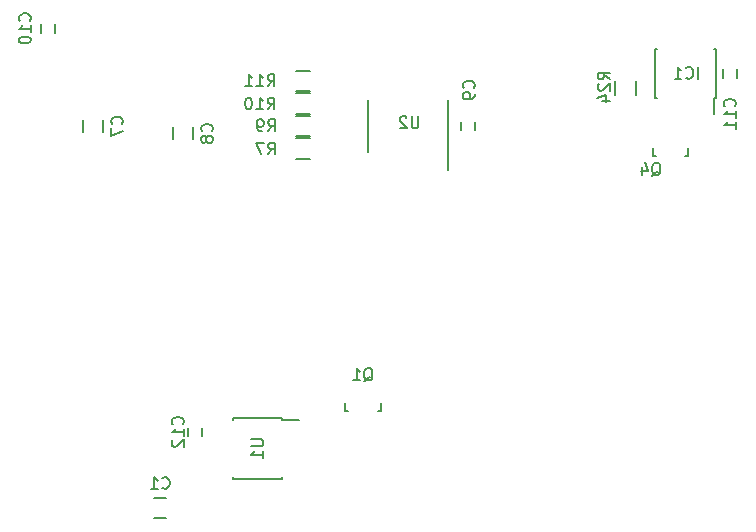
<source format=gbo>
G04 #@! TF.FileFunction,Legend,Bot*
%FSLAX46Y46*%
G04 Gerber Fmt 4.6, Leading zero omitted, Abs format (unit mm)*
G04 Created by KiCad (PCBNEW 0.201512281231+6406~40~ubuntu14.04.1-stable) date Son 03 Jan 2016 21:13:02 CET*
%MOMM*%
G01*
G04 APERTURE LIST*
%ADD10C,0.200000*%
%ADD11C,0.150000*%
G04 APERTURE END LIST*
D10*
D11*
X100365000Y-52875000D02*
X100220000Y-52875000D01*
X100365000Y-48725000D02*
X100220000Y-48725000D01*
X95215000Y-48725000D02*
X95360000Y-48725000D01*
X95215000Y-52875000D02*
X95360000Y-52875000D01*
X100365000Y-52875000D02*
X100365000Y-48725000D01*
X95215000Y-52875000D02*
X95215000Y-48725000D01*
X100220000Y-52875000D02*
X100220000Y-54275000D01*
X64805000Y-58025000D02*
X66005000Y-58025000D01*
X66005000Y-56275000D02*
X64805000Y-56275000D01*
X64805000Y-56120000D02*
X66005000Y-56120000D01*
X66005000Y-54370000D02*
X64805000Y-54370000D01*
X64805000Y-54215000D02*
X66005000Y-54215000D01*
X66005000Y-52465000D02*
X64805000Y-52465000D01*
X64805000Y-52310000D02*
X66005000Y-52310000D01*
X66005000Y-50560000D02*
X64805000Y-50560000D01*
X52840000Y-86780000D02*
X53840000Y-86780000D01*
X53840000Y-88480000D02*
X52840000Y-88480000D01*
X48475000Y-54745000D02*
X48475000Y-55745000D01*
X46775000Y-55745000D02*
X46775000Y-54745000D01*
X56095000Y-55380000D02*
X56095000Y-56380000D01*
X54395000Y-56380000D02*
X54395000Y-55380000D01*
X78775000Y-54895000D02*
X78775000Y-55595000D01*
X79975000Y-55595000D02*
X79975000Y-54895000D01*
X43215000Y-46640000D02*
X43215000Y-47340000D01*
X44415000Y-47340000D02*
X44415000Y-46640000D01*
X71784160Y-79390240D02*
X71735900Y-79390240D01*
X68985180Y-78689200D02*
X68985180Y-79390240D01*
X68985180Y-79390240D02*
X69234100Y-79390240D01*
X71784160Y-79390240D02*
X71984820Y-79390240D01*
X71984820Y-79390240D02*
X71984820Y-78689200D01*
X97819160Y-57800240D02*
X97770900Y-57800240D01*
X95020180Y-57099200D02*
X95020180Y-57800240D01*
X95020180Y-57800240D02*
X95269100Y-57800240D01*
X97819160Y-57800240D02*
X98019820Y-57800240D01*
X98019820Y-57800240D02*
X98019820Y-57099200D01*
X91835000Y-51470000D02*
X91835000Y-52670000D01*
X93585000Y-52670000D02*
X93585000Y-51470000D01*
X63670000Y-79975000D02*
X63670000Y-80120000D01*
X59520000Y-79975000D02*
X59520000Y-80120000D01*
X59520000Y-85125000D02*
X59520000Y-84980000D01*
X63670000Y-85125000D02*
X63670000Y-84980000D01*
X63670000Y-79975000D02*
X59520000Y-79975000D01*
X63670000Y-85125000D02*
X59520000Y-85125000D01*
X63670000Y-80120000D02*
X65070000Y-80120000D01*
X70920000Y-57470000D02*
X70920000Y-53020000D01*
X77670000Y-58995000D02*
X77670000Y-53020000D01*
X101000000Y-50450000D02*
X101000000Y-51150000D01*
X102200000Y-51150000D02*
X102200000Y-50450000D01*
X56861000Y-81503000D02*
X56861000Y-80803000D01*
X55661000Y-80803000D02*
X55661000Y-81503000D01*
X98893190Y-51252381D02*
X98893190Y-50252381D01*
X97845571Y-51157143D02*
X97893190Y-51204762D01*
X98036047Y-51252381D01*
X98131285Y-51252381D01*
X98274143Y-51204762D01*
X98369381Y-51109524D01*
X98417000Y-51014286D01*
X98464619Y-50823810D01*
X98464619Y-50680952D01*
X98417000Y-50490476D01*
X98369381Y-50395238D01*
X98274143Y-50300000D01*
X98131285Y-50252381D01*
X98036047Y-50252381D01*
X97893190Y-50300000D01*
X97845571Y-50347619D01*
X96893190Y-51252381D02*
X97464619Y-51252381D01*
X97178905Y-51252381D02*
X97178905Y-50252381D01*
X97274143Y-50395238D01*
X97369381Y-50490476D01*
X97464619Y-50538095D01*
D10*
X62460166Y-57665881D02*
X62793500Y-57189690D01*
X63031595Y-57665881D02*
X63031595Y-56665881D01*
X62650642Y-56665881D01*
X62555404Y-56713500D01*
X62507785Y-56761119D01*
X62460166Y-56856357D01*
X62460166Y-56999214D01*
X62507785Y-57094452D01*
X62555404Y-57142071D01*
X62650642Y-57189690D01*
X63031595Y-57189690D01*
X62126833Y-56665881D02*
X61460166Y-56665881D01*
X61888738Y-57665881D01*
X62460166Y-55697381D02*
X62793500Y-55221190D01*
X63031595Y-55697381D02*
X63031595Y-54697381D01*
X62650642Y-54697381D01*
X62555404Y-54745000D01*
X62507785Y-54792619D01*
X62460166Y-54887857D01*
X62460166Y-55030714D01*
X62507785Y-55125952D01*
X62555404Y-55173571D01*
X62650642Y-55221190D01*
X63031595Y-55221190D01*
X61983976Y-55697381D02*
X61793500Y-55697381D01*
X61698261Y-55649762D01*
X61650642Y-55602143D01*
X61555404Y-55459286D01*
X61507785Y-55268810D01*
X61507785Y-54887857D01*
X61555404Y-54792619D01*
X61603023Y-54745000D01*
X61698261Y-54697381D01*
X61888738Y-54697381D01*
X61983976Y-54745000D01*
X62031595Y-54792619D01*
X62079214Y-54887857D01*
X62079214Y-55125952D01*
X62031595Y-55221190D01*
X61983976Y-55268810D01*
X61888738Y-55316429D01*
X61698261Y-55316429D01*
X61603023Y-55268810D01*
X61555404Y-55221190D01*
X61507785Y-55125952D01*
X62428357Y-53855881D02*
X62761691Y-53379690D01*
X62999786Y-53855881D02*
X62999786Y-52855881D01*
X62618833Y-52855881D01*
X62523595Y-52903500D01*
X62475976Y-52951119D01*
X62428357Y-53046357D01*
X62428357Y-53189214D01*
X62475976Y-53284452D01*
X62523595Y-53332071D01*
X62618833Y-53379690D01*
X62999786Y-53379690D01*
X61475976Y-53855881D02*
X62047405Y-53855881D01*
X61761691Y-53855881D02*
X61761691Y-52855881D01*
X61856929Y-52998738D01*
X61952167Y-53093976D01*
X62047405Y-53141595D01*
X60856929Y-52855881D02*
X60761690Y-52855881D01*
X60666452Y-52903500D01*
X60618833Y-52951119D01*
X60571214Y-53046357D01*
X60523595Y-53236833D01*
X60523595Y-53474929D01*
X60571214Y-53665405D01*
X60618833Y-53760643D01*
X60666452Y-53808262D01*
X60761690Y-53855881D01*
X60856929Y-53855881D01*
X60952167Y-53808262D01*
X60999786Y-53760643D01*
X61047405Y-53665405D01*
X61095024Y-53474929D01*
X61095024Y-53236833D01*
X61047405Y-53046357D01*
X60999786Y-52951119D01*
X60952167Y-52903500D01*
X60856929Y-52855881D01*
X62428357Y-51887381D02*
X62761691Y-51411190D01*
X62999786Y-51887381D02*
X62999786Y-50887381D01*
X62618833Y-50887381D01*
X62523595Y-50935000D01*
X62475976Y-50982619D01*
X62428357Y-51077857D01*
X62428357Y-51220714D01*
X62475976Y-51315952D01*
X62523595Y-51363571D01*
X62618833Y-51411190D01*
X62999786Y-51411190D01*
X61475976Y-51887381D02*
X62047405Y-51887381D01*
X61761691Y-51887381D02*
X61761691Y-50887381D01*
X61856929Y-51030238D01*
X61952167Y-51125476D01*
X62047405Y-51173095D01*
X60523595Y-51887381D02*
X61095024Y-51887381D01*
X60809310Y-51887381D02*
X60809310Y-50887381D01*
X60904548Y-51030238D01*
X60999786Y-51125476D01*
X61095024Y-51173095D01*
D11*
X53506666Y-85887143D02*
X53554285Y-85934762D01*
X53697142Y-85982381D01*
X53792380Y-85982381D01*
X53935238Y-85934762D01*
X54030476Y-85839524D01*
X54078095Y-85744286D01*
X54125714Y-85553810D01*
X54125714Y-85410952D01*
X54078095Y-85220476D01*
X54030476Y-85125238D01*
X53935238Y-85030000D01*
X53792380Y-84982381D01*
X53697142Y-84982381D01*
X53554285Y-85030000D01*
X53506666Y-85077619D01*
X52554285Y-85982381D02*
X53125714Y-85982381D01*
X52840000Y-85982381D02*
X52840000Y-84982381D01*
X52935238Y-85125238D01*
X53030476Y-85220476D01*
X53125714Y-85268095D01*
X50082143Y-55078334D02*
X50129762Y-55030715D01*
X50177381Y-54887858D01*
X50177381Y-54792620D01*
X50129762Y-54649762D01*
X50034524Y-54554524D01*
X49939286Y-54506905D01*
X49748810Y-54459286D01*
X49605952Y-54459286D01*
X49415476Y-54506905D01*
X49320238Y-54554524D01*
X49225000Y-54649762D01*
X49177381Y-54792620D01*
X49177381Y-54887858D01*
X49225000Y-55030715D01*
X49272619Y-55078334D01*
X49177381Y-55411667D02*
X49177381Y-56078334D01*
X50177381Y-55649762D01*
X57702143Y-55713334D02*
X57749762Y-55665715D01*
X57797381Y-55522858D01*
X57797381Y-55427620D01*
X57749762Y-55284762D01*
X57654524Y-55189524D01*
X57559286Y-55141905D01*
X57368810Y-55094286D01*
X57225952Y-55094286D01*
X57035476Y-55141905D01*
X56940238Y-55189524D01*
X56845000Y-55284762D01*
X56797381Y-55427620D01*
X56797381Y-55522858D01*
X56845000Y-55665715D01*
X56892619Y-55713334D01*
X57225952Y-56284762D02*
X57178333Y-56189524D01*
X57130714Y-56141905D01*
X57035476Y-56094286D01*
X56987857Y-56094286D01*
X56892619Y-56141905D01*
X56845000Y-56189524D01*
X56797381Y-56284762D01*
X56797381Y-56475239D01*
X56845000Y-56570477D01*
X56892619Y-56618096D01*
X56987857Y-56665715D01*
X57035476Y-56665715D01*
X57130714Y-56618096D01*
X57178333Y-56570477D01*
X57225952Y-56475239D01*
X57225952Y-56284762D01*
X57273571Y-56189524D01*
X57321190Y-56141905D01*
X57416429Y-56094286D01*
X57606905Y-56094286D01*
X57702143Y-56141905D01*
X57749762Y-56189524D01*
X57797381Y-56284762D01*
X57797381Y-56475239D01*
X57749762Y-56570477D01*
X57702143Y-56618096D01*
X57606905Y-56665715D01*
X57416429Y-56665715D01*
X57321190Y-56618096D01*
X57273571Y-56570477D01*
X57225952Y-56475239D01*
X79859143Y-52030334D02*
X79906762Y-51982715D01*
X79954381Y-51839858D01*
X79954381Y-51744620D01*
X79906762Y-51601762D01*
X79811524Y-51506524D01*
X79716286Y-51458905D01*
X79525810Y-51411286D01*
X79382952Y-51411286D01*
X79192476Y-51458905D01*
X79097238Y-51506524D01*
X79002000Y-51601762D01*
X78954381Y-51744620D01*
X78954381Y-51839858D01*
X79002000Y-51982715D01*
X79049619Y-52030334D01*
X79954381Y-52506524D02*
X79954381Y-52697000D01*
X79906762Y-52792239D01*
X79859143Y-52839858D01*
X79716286Y-52935096D01*
X79525810Y-52982715D01*
X79144857Y-52982715D01*
X79049619Y-52935096D01*
X79002000Y-52887477D01*
X78954381Y-52792239D01*
X78954381Y-52601762D01*
X79002000Y-52506524D01*
X79049619Y-52458905D01*
X79144857Y-52411286D01*
X79382952Y-52411286D01*
X79478190Y-52458905D01*
X79525810Y-52506524D01*
X79573429Y-52601762D01*
X79573429Y-52792239D01*
X79525810Y-52887477D01*
X79478190Y-52935096D01*
X79382952Y-52982715D01*
X42272143Y-46347143D02*
X42319762Y-46299524D01*
X42367381Y-46156667D01*
X42367381Y-46061429D01*
X42319762Y-45918571D01*
X42224524Y-45823333D01*
X42129286Y-45775714D01*
X41938810Y-45728095D01*
X41795952Y-45728095D01*
X41605476Y-45775714D01*
X41510238Y-45823333D01*
X41415000Y-45918571D01*
X41367381Y-46061429D01*
X41367381Y-46156667D01*
X41415000Y-46299524D01*
X41462619Y-46347143D01*
X42367381Y-47299524D02*
X42367381Y-46728095D01*
X42367381Y-47013809D02*
X41367381Y-47013809D01*
X41510238Y-46918571D01*
X41605476Y-46823333D01*
X41653095Y-46728095D01*
X41367381Y-47918571D02*
X41367381Y-48013810D01*
X41415000Y-48109048D01*
X41462619Y-48156667D01*
X41557857Y-48204286D01*
X41748333Y-48251905D01*
X41986429Y-48251905D01*
X42176905Y-48204286D01*
X42272143Y-48156667D01*
X42319762Y-48109048D01*
X42367381Y-48013810D01*
X42367381Y-47918571D01*
X42319762Y-47823333D01*
X42272143Y-47775714D01*
X42176905Y-47728095D01*
X41986429Y-47680476D01*
X41748333Y-47680476D01*
X41557857Y-47728095D01*
X41462619Y-47775714D01*
X41415000Y-47823333D01*
X41367381Y-47918571D01*
X70580238Y-76874619D02*
X70675476Y-76827000D01*
X70770714Y-76731762D01*
X70913571Y-76588905D01*
X71008810Y-76541286D01*
X71104048Y-76541286D01*
X71056429Y-76779381D02*
X71151667Y-76731762D01*
X71246905Y-76636524D01*
X71294524Y-76446048D01*
X71294524Y-76112714D01*
X71246905Y-75922238D01*
X71151667Y-75827000D01*
X71056429Y-75779381D01*
X70865952Y-75779381D01*
X70770714Y-75827000D01*
X70675476Y-75922238D01*
X70627857Y-76112714D01*
X70627857Y-76446048D01*
X70675476Y-76636524D01*
X70770714Y-76731762D01*
X70865952Y-76779381D01*
X71056429Y-76779381D01*
X69675476Y-76779381D02*
X70246905Y-76779381D01*
X69961191Y-76779381D02*
X69961191Y-75779381D01*
X70056429Y-75922238D01*
X70151667Y-76017476D01*
X70246905Y-76065095D01*
X94964238Y-59475619D02*
X95059476Y-59428000D01*
X95154714Y-59332762D01*
X95297571Y-59189905D01*
X95392810Y-59142286D01*
X95488048Y-59142286D01*
X95440429Y-59380381D02*
X95535667Y-59332762D01*
X95630905Y-59237524D01*
X95678524Y-59047048D01*
X95678524Y-58713714D01*
X95630905Y-58523238D01*
X95535667Y-58428000D01*
X95440429Y-58380381D01*
X95249952Y-58380381D01*
X95154714Y-58428000D01*
X95059476Y-58523238D01*
X95011857Y-58713714D01*
X95011857Y-59047048D01*
X95059476Y-59237524D01*
X95154714Y-59332762D01*
X95249952Y-59380381D01*
X95440429Y-59380381D01*
X94154714Y-58713714D02*
X94154714Y-59380381D01*
X94392810Y-58332762D02*
X94630905Y-59047048D01*
X94011857Y-59047048D01*
X91384381Y-51300143D02*
X90908190Y-50966809D01*
X91384381Y-50728714D02*
X90384381Y-50728714D01*
X90384381Y-51109667D01*
X90432000Y-51204905D01*
X90479619Y-51252524D01*
X90574857Y-51300143D01*
X90717714Y-51300143D01*
X90812952Y-51252524D01*
X90860571Y-51204905D01*
X90908190Y-51109667D01*
X90908190Y-50728714D01*
X90479619Y-51681095D02*
X90432000Y-51728714D01*
X90384381Y-51823952D01*
X90384381Y-52062048D01*
X90432000Y-52157286D01*
X90479619Y-52204905D01*
X90574857Y-52252524D01*
X90670095Y-52252524D01*
X90812952Y-52204905D01*
X91384381Y-51633476D01*
X91384381Y-52252524D01*
X90717714Y-53109667D02*
X91384381Y-53109667D01*
X90336762Y-52871571D02*
X91051048Y-52633476D01*
X91051048Y-53252524D01*
X61047381Y-81788095D02*
X61856905Y-81788095D01*
X61952143Y-81835714D01*
X61999762Y-81883333D01*
X62047381Y-81978571D01*
X62047381Y-82169048D01*
X61999762Y-82264286D01*
X61952143Y-82311905D01*
X61856905Y-82359524D01*
X61047381Y-82359524D01*
X62047381Y-83359524D02*
X62047381Y-82788095D01*
X62047381Y-83073809D02*
X61047381Y-83073809D01*
X61190238Y-82978571D01*
X61285476Y-82883333D01*
X61333095Y-82788095D01*
X75183905Y-54443381D02*
X75183905Y-55252905D01*
X75136286Y-55348143D01*
X75088667Y-55395762D01*
X74993429Y-55443381D01*
X74802952Y-55443381D01*
X74707714Y-55395762D01*
X74660095Y-55348143D01*
X74612476Y-55252905D01*
X74612476Y-54443381D01*
X74183905Y-54538619D02*
X74136286Y-54491000D01*
X74041048Y-54443381D01*
X73802952Y-54443381D01*
X73707714Y-54491000D01*
X73660095Y-54538619D01*
X73612476Y-54633857D01*
X73612476Y-54729095D01*
X73660095Y-54871952D01*
X74231524Y-55443381D01*
X73612476Y-55443381D01*
X101957143Y-53586143D02*
X102004762Y-53538524D01*
X102052381Y-53395667D01*
X102052381Y-53300429D01*
X102004762Y-53157571D01*
X101909524Y-53062333D01*
X101814286Y-53014714D01*
X101623810Y-52967095D01*
X101480952Y-52967095D01*
X101290476Y-53014714D01*
X101195238Y-53062333D01*
X101100000Y-53157571D01*
X101052381Y-53300429D01*
X101052381Y-53395667D01*
X101100000Y-53538524D01*
X101147619Y-53586143D01*
X102052381Y-54538524D02*
X102052381Y-53967095D01*
X102052381Y-54252809D02*
X101052381Y-54252809D01*
X101195238Y-54157571D01*
X101290476Y-54062333D01*
X101338095Y-53967095D01*
X102052381Y-55490905D02*
X102052381Y-54919476D01*
X102052381Y-55205190D02*
X101052381Y-55205190D01*
X101195238Y-55109952D01*
X101290476Y-55014714D01*
X101338095Y-54919476D01*
X55221143Y-80510143D02*
X55268762Y-80462524D01*
X55316381Y-80319667D01*
X55316381Y-80224429D01*
X55268762Y-80081571D01*
X55173524Y-79986333D01*
X55078286Y-79938714D01*
X54887810Y-79891095D01*
X54744952Y-79891095D01*
X54554476Y-79938714D01*
X54459238Y-79986333D01*
X54364000Y-80081571D01*
X54316381Y-80224429D01*
X54316381Y-80319667D01*
X54364000Y-80462524D01*
X54411619Y-80510143D01*
X55316381Y-81462524D02*
X55316381Y-80891095D01*
X55316381Y-81176809D02*
X54316381Y-81176809D01*
X54459238Y-81081571D01*
X54554476Y-80986333D01*
X54602095Y-80891095D01*
X54411619Y-81843476D02*
X54364000Y-81891095D01*
X54316381Y-81986333D01*
X54316381Y-82224429D01*
X54364000Y-82319667D01*
X54411619Y-82367286D01*
X54506857Y-82414905D01*
X54602095Y-82414905D01*
X54744952Y-82367286D01*
X55316381Y-81795857D01*
X55316381Y-82414905D01*
M02*

</source>
